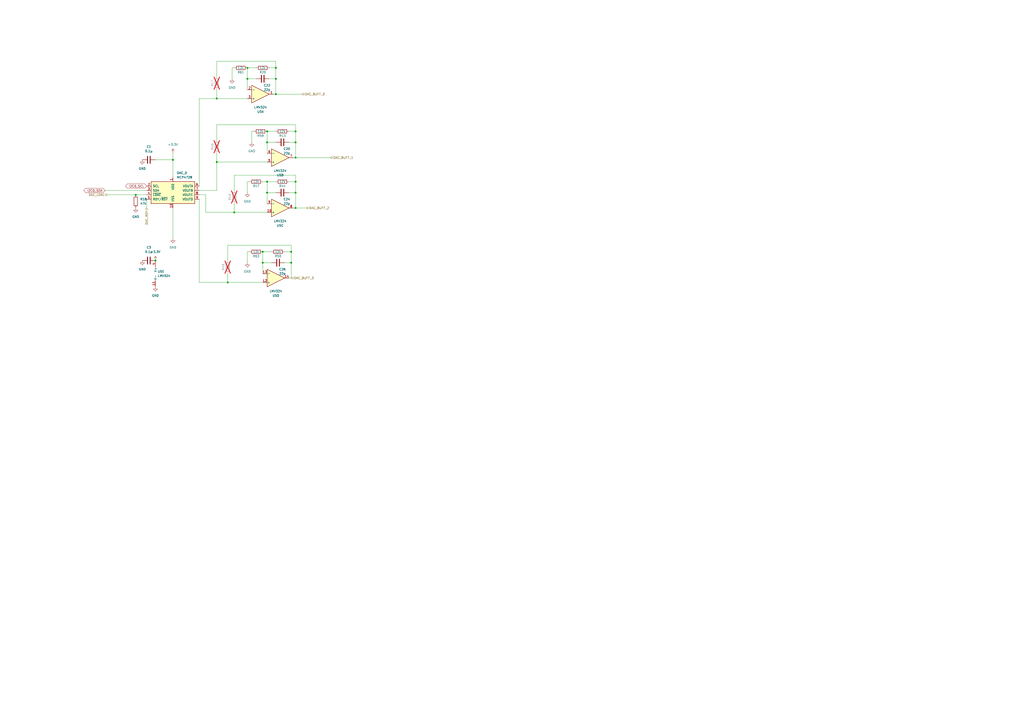
<source format=kicad_sch>
(kicad_sch (version 20230121) (generator eeschema)
  (paper "A2")
  (title_block (title "DAC Output") (date "2024-12-13") (rev "9.2") (comment 1 "Author: Clemens Baretzky"))
  (lib_symbols
    (symbol "Amplifier_Operational:LMV324" (pin_names (offset 0.127))
      (property "Reference" "U" (at 0 5.08 0))
      (property "Value" "LMV324" (at 0 -5.08 0))
      (symbol "LMV324_1_1"
        (polyline (pts (xy -5.08 5.08) (xy 5.08 0) (xy -5.08 -5.08) (xy -5.08 5.08)) (stroke (width 0.254)) (fill (type background)))
        (pin output line (at 7.62 0 180) (length 2.54) (name "~") (number "1"))
        (pin input line (at -7.62 -2.54 0) (length 2.54) (name "-") (number "2"))
        (pin input line (at -7.62 2.54 0) (length 2.54) (name "+") (number "3"))
      )
      (symbol "LMV324_2_1"
        (polyline (pts (xy -5.08 5.08) (xy 5.08 0) (xy -5.08 -5.08) (xy -5.08 5.08)) (stroke (width 0.254)) (fill (type background)))
        (pin input line (at -7.62 2.54 0) (length 2.54) (name "+") (number "5"))
        (pin input line (at -7.62 -2.54 0) (length 2.54) (name "-") (number "6"))
        (pin output line (at 7.62 0 180) (length 2.54) (name "~") (number "7"))
      )
      (symbol "LMV324_3_1"
        (polyline (pts (xy -5.08 5.08) (xy 5.08 0) (xy -5.08 -5.08) (xy -5.08 5.08)) (stroke (width 0.254)) (fill (type background)))
        (pin input line (at -7.62 2.54 0) (length 2.54) (name "+") (number "10"))
        (pin output line (at 7.62 0 180) (length 2.54) (name "~") (number "8"))
        (pin input line (at -7.62 -2.54 0) (length 2.54) (name "-") (number "9"))
      )
      (symbol "LMV324_4_1"
        (polyline (pts (xy -5.08 5.08) (xy 5.08 0) (xy -5.08 -5.08) (xy -5.08 5.08)) (stroke (width 0.254)) (fill (type background)))
        (pin input line (at -7.62 2.54 0) (length 2.54) (name "+") (number "12"))
        (pin input line (at -7.62 -2.54 0) (length 2.54) (name "-") (number "13"))
        (pin output line (at 7.62 0 180) (length 2.54) (name "~") (number "14"))
      )
      (symbol "LMV324_5_1"
        (pin power_in line (at -2.54 -7.62 90) (length 3.81) (name "V-") (number "11"))
        (pin power_in line (at -2.54 7.62 270) (length 3.81) (name "V+") (number "4"))
      )
    )
    (symbol "Analog_DAC:MCP4728" (pin_names (offset 1.016))
      (property "Reference" "U" (at -12.7 6.35 0))
      (property "Value" "MCP4728" (at 12.7 6.35 0))
      (symbol "MCP4728_0_1"
        (rectangle (start -12.7 5.08) (end 12.7 -7.62) (stroke (width 0.254)) (fill (type background)))
      )
      (symbol "MCP4728_1_1"
        (pin power_in line (at 0 7.62 270) (length 2.54) (name "VDD") (number "1"))
        (pin power_in line (at 0 -10.16 90) (length 2.54) (name "VSS") (number "10"))
        (pin input line (at -15.24 2.54 0) (length 2.54) (name "SCL") (number "2"))
        (pin bidirectional line (at -15.24 0 0) (length 2.54) (name "SDA") (number "3"))
        (pin input line (at -15.24 -2.54 0) (length 2.54) (name "~{LDAC}") (number "4"))
        (pin output line (at -15.24 -5.08 0) (length 2.54) (name "RDY/~{BSY}") (number "5"))
        (pin output line (at 15.24 2.54 180) (length 2.54) (name "VOUTA") (number "6"))
        (pin output line (at 15.24 0 180) (length 2.54) (name "VOUTB") (number "7"))
        (pin output line (at 15.24 -2.54 180) (length 2.54) (name "VOUTC") (number "8"))
        (pin output line (at 15.24 -5.08 180) (length 2.54) (name "VOUTD") (number "9"))
      )
    )
    (symbol "Device:C" (pin_numbers hide) (pin_names (offset 0.254))
      (property "Reference" "C" (at 0.635 2.54 0))
      (property "Value" "C" (at 0.635 -2.54 0))
      (symbol "C_0_1"
        (polyline (pts (xy -2.032 -0.762) (xy 2.032 -0.762)) (stroke (width 0.508)))
        (polyline (pts (xy -2.032 0.762) (xy 2.032 0.762)) (stroke (width 0.508)))
      )
      (symbol "C_1_1"
        (pin passive line (at 0 3.81 270) (length 2.794) (name "~") (number "1"))
        (pin passive line (at 0 -3.81 90) (length 2.794) (name "~") (number "2"))
      )
    )
    (symbol "Device:R" (pin_numbers hide) (pin_names (offset 0))
      (property "Reference" "R" (at 2.032 0 90))
      (property "Value" "R" (at 0 0 90))
      (symbol "R_0_1"
        (rectangle (start -1.016 -2.54) (end 1.016 2.54) (stroke (width 0.254)))
      )
      (symbol "R_1_1"
        (pin passive line (at 0 3.81 270) (length 1.27) (name "~") (number "1"))
        (pin passive line (at 0 -3.81 90) (length 1.27) (name "~") (number "2"))
      )
    )
    (symbol "power:+3.3V" (power) (pin_names (offset 0))
      (property "Value" "+3.3V" (at 0 3.556 0))
      (symbol "+3.3V_0_1"
        (polyline (pts (xy -0.762 1.27) (xy 0 2.54)))
        (polyline (pts (xy 0 0) (xy 0 2.54)))
        (polyline (pts (xy 0 2.54) (xy 0.762 1.27)))
      )
      (symbol "+3.3V_1_1"
        (pin power_in line (at 0 0 90) (length 0) hide (name "+3.3V") (number "1"))
      )
    )
    (symbol "power:GND" (power) (pin_names (offset 0))
      (property "Value" "GND" (at 0 -3.81 0))
      (symbol "GND_0_1"
        (polyline (pts (xy 0 0) (xy 0 -1.27) (xy 1.27 -1.27) (xy 0 -2.54) (xy -1.27 -1.27) (xy 0 -1.27)))
      )
      (symbol "GND_1_1"
        (pin power_in line (at 0 0 270) (length 0) hide (name "GND") (number "1"))
      )
    )
  )
  (junction (at 143.51 45.72))
  (junction (at 125.73 57.15))
  (junction (at 154.94 111.76))
  (junction (at 143.51 39.37))
  (junction (at 171.45 120.65))
  (junction (at 171.45 91.44))
  (junction (at 171.45 111.76))
  (junction (at 171.45 76.2))
  (junction (at 152.4 146.05))
  (junction (at 152.4 152.4))
  (junction (at 125.73 93.98))
  (junction (at 154.94 76.2))
  (junction (at 168.91 152.4))
  (junction (at 171.45 82.55))
  (junction (at 90.17 151.13))
  (junction (at 168.91 146.05))
  (junction (at 78.74 113.03))
  (junction (at 154.94 82.55))
  (junction (at 171.45 105.41))
  (junction (at 160.02 45.72))
  (junction (at 154.94 105.41))
  (junction (at 160.02 39.37))
  (junction (at 135.89 123.19))
  (junction (at 100.33 92.71))
  (junction (at 132.08 163.83))
  (junction (at 160.02 54.61))
  (wire (pts (xy 168.91 146.05) (xy 168.91 152.4)))
  (wire (pts (xy 171.45 120.65) (xy 177.8 120.65)))
  (wire (pts (xy 143.51 39.37) (xy 148.59 39.37)))
  (wire (pts (xy 156.21 45.72) (xy 160.02 45.72)))
  (wire (pts (xy 132.08 142.24) (xy 132.08 151.13)))
  (wire (pts (xy 143.51 146.05) (xy 143.51 152.4)))
  (wire (pts (xy 144.78 105.41) (xy 143.51 105.41)))
  (wire (pts (xy 119.38 123.19) (xy 119.38 113.03)))
  (wire (pts (xy 167.64 161.29) (xy 168.91 161.29)))
  (wire (pts (xy 135.89 118.11) (xy 135.89 123.19)))
  (wire (pts (xy 168.91 152.4) (xy 168.91 161.29)))
  (wire (pts (xy 154.94 82.55) (xy 160.02 82.55)))
  (wire (pts (xy 135.89 39.37) (xy 134.62 39.37)))
  (wire (pts (xy 160.02 35.56) (xy 160.02 39.37)))
  (wire (pts (xy 154.94 76.2) (xy 160.02 76.2)))
  (wire (pts (xy 135.89 123.19) (xy 154.94 123.19)))
  (wire (pts (xy 168.91 142.24) (xy 168.91 146.05)))
  (wire (pts (xy 158.75 54.61) (xy 160.02 54.61)))
  (wire (pts (xy 62.23 113.03) (xy 78.74 113.03)))
  (wire (pts (xy 78.74 113.03) (xy 85.09 113.03)))
  (wire (pts (xy 125.73 93.98) (xy 154.94 93.98)))
  (wire (pts (xy 147.32 76.2) (xy 146.05 76.2)))
  (wire (pts (xy 115.57 163.83) (xy 132.08 163.83)))
  (wire (pts (xy 171.45 101.6) (xy 171.45 105.41)))
  (wire (pts (xy 167.64 82.55) (xy 171.45 82.55)))
  (wire (pts (xy 115.57 110.49) (xy 125.73 110.49)))
  (wire (pts (xy 119.38 123.19) (xy 135.89 123.19)))
  (wire (pts (xy 134.62 39.37) (xy 134.62 45.72)))
  (wire (pts (xy 171.45 76.2) (xy 171.45 82.55)))
  (wire (pts (xy 125.73 72.39) (xy 125.73 81.28)))
  (wire (pts (xy 171.45 105.41) (xy 171.45 111.76)))
  (wire (pts (xy 154.94 111.76) (xy 154.94 118.11)))
  (wire (pts (xy 171.45 82.55) (xy 171.45 91.44)))
  (wire (pts (xy 60.96 110.49) (xy 85.09 110.49)))
  (wire (pts (xy 115.57 163.83) (xy 115.57 115.57)))
  (wire (pts (xy 132.08 158.75) (xy 132.08 163.83)))
  (wire (pts (xy 171.45 111.76) (xy 171.45 120.65)))
  (wire (pts (xy 115.57 57.15) (xy 125.73 57.15)))
  (wire (pts (xy 156.21 39.37) (xy 160.02 39.37)))
  (wire (pts (xy 119.38 113.03) (xy 115.57 113.03)))
  (wire (pts (xy 191.77 91.44) (xy 171.45 91.44)))
  (wire (pts (xy 154.94 105.41) (xy 160.02 105.41)))
  (wire (pts (xy 152.4 152.4) (xy 157.48 152.4)))
  (wire (pts (xy 146.05 76.2) (xy 146.05 82.55)))
  (wire (pts (xy 125.73 110.49) (xy 125.73 93.98)))
  (wire (pts (xy 125.73 35.56) (xy 160.02 35.56)))
  (wire (pts (xy 125.73 72.39) (xy 171.45 72.39)))
  (wire (pts (xy 154.94 105.41) (xy 154.94 111.76)))
  (wire (pts (xy 154.94 82.55) (xy 154.94 88.9)))
  (wire (pts (xy 152.4 146.05) (xy 157.48 146.05)))
  (wire (pts (xy 143.51 45.72) (xy 143.51 52.07)))
  (wire (pts (xy 132.08 142.24) (xy 168.91 142.24)))
  (wire (pts (xy 170.18 120.65) (xy 171.45 120.65)))
  (wire (pts (xy 154.94 105.41) (xy 152.4 105.41)))
  (wire (pts (xy 125.73 52.07) (xy 125.73 57.15)))
  (wire (pts (xy 167.64 111.76) (xy 171.45 111.76)))
  (wire (pts (xy 154.94 76.2) (xy 154.94 82.55)))
  (wire (pts (xy 115.57 107.95) (xy 115.57 57.15)))
  (wire (pts (xy 171.45 72.39) (xy 171.45 76.2)))
  (wire (pts (xy 125.73 35.56) (xy 125.73 44.45)))
  (wire (pts (xy 154.94 111.76) (xy 160.02 111.76)))
  (wire (pts (xy 143.51 105.41) (xy 143.51 111.76)))
  (wire (pts (xy 100.33 92.71) (xy 100.33 102.87)))
  (wire (pts (xy 100.33 120.65) (xy 100.33 138.43)))
  (wire (pts (xy 90.17 92.71) (xy 100.33 92.71)))
  (wire (pts (xy 143.51 45.72) (xy 148.59 45.72)))
  (wire (pts (xy 85.09 115.57) (xy 85.09 120.65)))
  (wire (pts (xy 144.78 146.05) (xy 143.51 146.05)))
  (wire (pts (xy 135.89 101.6) (xy 135.89 110.49)))
  (wire (pts (xy 167.64 105.41) (xy 171.45 105.41)))
  (wire (pts (xy 152.4 152.4) (xy 152.4 158.75)))
  (wire (pts (xy 170.18 91.44) (xy 171.45 91.44)))
  (wire (pts (xy 135.89 101.6) (xy 171.45 101.6)))
  (wire (pts (xy 167.64 76.2) (xy 171.45 76.2)))
  (wire (pts (xy 165.1 146.05) (xy 168.91 146.05)))
  (wire (pts (xy 100.33 88.9) (xy 100.33 92.71)))
  (wire (pts (xy 160.02 45.72) (xy 160.02 54.61)))
  (wire (pts (xy 125.73 57.15) (xy 143.51 57.15)))
  (wire (pts (xy 125.73 88.9) (xy 125.73 93.98)))
  (wire (pts (xy 160.02 54.61) (xy 175.26 54.61)))
  (wire (pts (xy 143.51 39.37) (xy 143.51 45.72)))
  (wire (pts (xy 152.4 146.05) (xy 152.4 152.4)))
  (wire (pts (xy 165.1 152.4) (xy 168.91 152.4)))
  (wire (pts (xy 160.02 39.37) (xy 160.02 45.72)))
  (wire (pts (xy 132.08 163.83) (xy 152.4 163.83)))
  (global_label "I2C0_SDA" (shape bidirectional) (at 60.96 110.49 180) (property "Intersheetrefs" "${INTERSHEET_REFS}" (effects hide)))
  (global_label "I2C0_SCL" (shape bidirectional) (at 85.09 107.95 180) (property "Intersheetrefs" "${INTERSHEET_REFS}" (effects hide)))
  (hierarchical_label "DAC_RDY" (shape bidirectional) (at 85.09 120.65 270))
  (hierarchical_label "DAC_BUFF_3" (shape bidirectional) (at 168.91 161.29 0))
  (hierarchical_label "DAC_LDAC" (shape bidirectional) (at 62.23 113.03 180))
  (hierarchical_label "DAC_BUFF_2" (shape bidirectional) (at 177.8 120.65 0))
  (hierarchical_label "DAC_BUFF_1" (shape bidirectional) (at 191.77 91.44 0))
  (hierarchical_label "DAC_BUFF_0" (shape bidirectional) (at 175.26 54.61 0))
  (symbol (lib_id "power:GND") (at 82.55 92.71 0) (unit 1)
    (property "Reference" "#PWR06" (effects hide))
    (property "Value" "GND" (at 82.55 97.79 0))
    (property "Footprint" "Connector:Banana_Jack_1Pin" (effects hide))
    (instances (project "minimal_v9_2" (path "" (reference "#PWR06") (unit 1)) (path "" (reference "#PWR015") (unit 1)) (path "" (reference "#PWR033") (unit 1))))
  )
  (symbol (lib_id "Device:R") (at 163.83 76.2 90) (mirror x) (unit 1)
    (property "Reference" "R13" (at 163.83 78.74 90))
    (property "Value" "12k" (at 163.83 76.2 90))
    (property "Footprint" "Resistor_SMD:R_0805_2012Metric" (effects hide))
    (property "LCSC" "C17444" (effects hide))
    (property "Sim.Enable" "12k" (effects hide))
    (property "mLCSC" "C17444" (effects hide))
    (instances (project "minimal_v9_2" (path "" (reference "R13") (unit 1)) (path "" (reference "R11") (unit 1)) (path "" (reference "R14") (unit 1))))
  )
  (symbol (lib_id "power:GND") (at 143.51 111.76 0) (mirror y) (unit 1)
    (property "Reference" "#PWR06" (effects hide))
    (property "Value" "GND" (at 143.51 116.84 0))
    (property "Footprint" "Connector:Banana_Jack_1Pin" (effects hide))
    (instances (project "minimal_v9_2" (path "" (reference "#PWR06") (unit 1)) (path "" (reference "#PWR056") (unit 1)) (path "" (reference "#PWR057") (unit 1))))
  )
  (symbol (lib_id "power:GND") (at 82.55 151.13 0) (unit 1)
    (property "Reference" "#PWR06" (effects hide))
    (property "Value" "GND" (at 82.55 156.21 0))
    (property "Footprint" "Connector:Banana_Jack_1Pin" (effects hide))
    (instances (project "minimal_v9_2" (path "" (reference "#PWR06") (unit 1)) (path "" (reference "#PWR027") (unit 1)) (path "" (reference "#PWR022") (unit 1))))
  )
  (symbol (lib_id "Device:R") (at 151.13 76.2 90) (mirror x) (unit 1)
    (property "Reference" "R59" (at 151.13 78.74 90))
    (property "Value" "12k" (at 151.13 76.2 90))
    (property "Footprint" "Resistor_SMD:R_0805_2012Metric" (effects hide))
    (property "LCSC" "C17444" (effects hide))
    (property "mLCSC" "C17444" (effects hide))
    (instances (project "minimal_v9_2" (path "" (reference "R59") (unit 1)) (path "" (reference "R11") (unit 1)) (path "" (reference "R60") (unit 1))))
  )
  (symbol (lib_id "Amplifier_Operational:LMV324") (at 151.13 54.61 0) (mirror x) (unit 1)
    (property "Reference" "U5" (at 151.13 64.77 0))
    (property "Value" "LMV324" (at 151.13 62.23 0))
    (property "Footprint" "Package_SO:SOIC-14_3.9x8.7mm_P1.27mm" (effects hide))
    (property "Datasheet" "https://datasheet.lcsc.com/lcsc/2304140030_onsemi-LMV324DR2G_C89317.pdf" (effects hide))
    (property "LCSC" "C89317" (effects hide))
    (property "JLCPCB Rotation Offset" "-90" (effects hide))
    (property "mLCSC" "C89317" (effects hide))
    (instances (project "minimal_v9_2" (path "" (reference "U5") (unit 1)) (path "" (reference "BUFF_0") (unit 1)) (path "" (reference "BUFF_1") (unit 1))))
  )
  (symbol (lib_id "power:GND") (at 100.33 138.43 0) (unit 1)
    (property "Reference" "#PWR06" (effects hide))
    (property "Value" "GND" (at 100.33 143.51 0))
    (property "Footprint" "Connector:Banana_Jack_1Pin" (effects hide))
    (instances (project "minimal_v9_2" (path "" (reference "#PWR06") (unit 1)) (path "" (reference "#PWR013") (unit 1)) (path "" (reference "#PWR045") (unit 1))))
  )
  (symbol (lib_id "Device:R") (at 125.73 85.09 180) (unit 1) (in_bom no) (dnp yes)
    (property "Reference" "R45" (at 123.19 85.09 90))
    (property "Value" "0" (at 125.73 85.09 90))
    (property "Footprint" "Resistor_SMD:R_1206_3216Metric" (effects hide))
    (property "LCSC" "C17888" (effects hide))
    (property "mLCSC" "C17888" (effects hide))
    (instances (project "minimal_v9_2" (path "" (reference "R45") (unit 1)) (path "" (reference "R11") (unit 1)) (path "" (reference "R46") (unit 1))))
  )
  (symbol (lib_id "power:GND") (at 78.74 120.65 0) (unit 1)
    (property "Reference" "#PWR06" (effects hide))
    (property "Value" "GND" (at 78.74 125.73 0))
    (property "Footprint" "Connector:Banana_Jack_1Pin" (effects hide))
    (instances (project "minimal_v9_2" (path "" (reference "#PWR06") (unit 1)) (path "" (reference "#PWR044") (unit 1)) (path "" (reference "#PWR012") (unit 1))))
  )
  (symbol (lib_id "Amplifier_Operational:LMV324") (at 92.71 158.75 0) (unit 5)
    (property "Reference" "U5" (at 91.44 157.48 0) (effects (justify left)))
    (property "Value" "LMV324" (at 91.44 160.02 0) (effects (justify left)))
    (property "Footprint" "Package_SO:SOIC-14_3.9x8.7mm_P1.27mm" (effects hide))
    (property "Datasheet" "https://datasheet.lcsc.com/lcsc/2304140030_onsemi-LMV324DR2G_C89317.pdf" (effects hide))
    (property "LCSC" "C89317" (effects hide))
    (property "JLCPCB Rotation Offset" "-90" (effects hide))
    (property "mLCSC" "C89317" (effects hide))
    (instances (project "minimal_v9_2" (path "" (reference "U5") (unit 5)) (path "" (reference "BUFF_0") (unit 5)) (path "" (reference "BUFF_1") (unit 5))))
  )
  (symbol (lib_id "Device:C") (at 86.36 92.71 90) (unit 1)
    (property "Reference" "C1" (at 86.36 85.09 90))
    (property "Value" "0.1µ" (at 86.36 87.63 90))
    (property "Footprint" "Capacitor_SMD:C_0805_2012Metric" (effects hide))
    (property "Datasheet" "https://datasheet.lcsc.com/lcsc/2211101700_YAGEO-CC0603KRX7R9BB104_C14663.pdf" (effects hide))
    (property "LCSC" "C28233" (effects hide))
    (property "mLCSC" "C14663" (effects hide))
    (instances (project "minimal_v9_2" (path "" (reference "C1") (unit 1)) (path "" (reference "C5") (unit 1)) (path "" (reference "C8") (unit 1))))
  )
  (symbol (lib_id "Device:R") (at 163.83 105.41 90) (mirror x) (unit 1)
    (property "Reference" "R44" (at 163.83 107.95 90))
    (property "Value" "12k" (at 163.83 105.41 90))
    (property "Footprint" "Resistor_SMD:R_0805_2012Metric" (effects hide))
    (property "LCSC" "C17444" (effects hide))
    (property "Sim.Enable" "12k" (effects hide))
    (property "mLCSC" "C17444" (effects hide))
    (instances (project "minimal_v9_2" (path "" (reference "R44") (unit 1)) (path "" (reference "R11") (unit 1)) (path "" (reference "R52") (unit 1))))
  )
  (symbol (lib_id "power:+3.3V") (at 90.17 151.13 0) (unit 1)
    (property "Reference" "#PWR021" (effects hide))
    (property "Value" "+3.3V" (at 90.17 146.05 0))
    (instances (project "minimal_v9_2" (path "" (reference "#PWR021") (unit 1)) (path "" (reference "#PWR026") (unit 1))))
  )
  (symbol (lib_id "power:GND") (at 146.05 82.55 0) (mirror y) (unit 1)
    (property "Reference" "#PWR06" (effects hide))
    (property "Value" "GND" (at 146.05 87.63 0))
    (property "Footprint" "Connector:Banana_Jack_1Pin" (effects hide))
    (instances (project "minimal_v9_2" (path "" (reference "#PWR06") (unit 1)) (path "" (reference "#PWR062") (unit 1)) (path "" (reference "#PWR063") (unit 1))))
  )
  (symbol (lib_id "Amplifier_Operational:LMV324") (at 162.56 120.65 0) (mirror x) (unit 3)
    (property "Reference" "U5" (at 162.56 130.81 0))
    (property "Value" "LMV324" (at 162.56 128.27 0))
    (property "Footprint" "Package_SO:SOIC-14_3.9x8.7mm_P1.27mm" (effects hide))
    (property "Datasheet" "https://datasheet.lcsc.com/lcsc/2304140030_onsemi-LMV324DR2G_C89317.pdf" (effects hide))
    (property "LCSC" "C89317" (effects hide))
    (property "JLCPCB Rotation Offset" "-90" (effects hide))
    (property "mLCSC" "C89317" (effects hide))
    (instances (project "minimal_v9_2" (path "" (reference "U5") (unit 3)) (path "" (reference "BUFF_0") (unit 3)) (path "" (reference "BUFF_1") (unit 3))))
  )
  (symbol (lib_id "Device:R") (at 78.74 116.84 180) (unit 1)
    (property "Reference" "R18" (at 81.28 115.57 0) (effects (justify right)))
    (property "Value" "47k" (at 81.28 118.11 0) (effects (justify right)))
    (property "Footprint" "Resistor_SMD:R_0805_2012Metric" (effects hide))
    (property "LCSC" "C17713" (effects hide))
    (property "mLCSC" "C17713" (effects hide))
    (instances (project "minimal_v9_2" (path "" (reference "R18") (unit 1)) (path "" (reference "R28") (unit 1)) (path "" (reference "R19") (unit 1))))
  )
  (symbol (lib_id "Device:R") (at 152.4 39.37 90) (mirror x) (unit 1)
    (property "Reference" "R20" (at 152.4 41.91 90))
    (property "Value" "12k" (at 152.4 39.37 90))
    (property "Footprint" "Resistor_SMD:R_0805_2012Metric" (effects hide))
    (property "LCSC" "C17444" (effects hide))
    (property "Sim.Enable" "12k" (effects hide))
    (property "mLCSC" "C17444" (effects hide))
    (instances (project "minimal_v9_2" (path "" (reference "R20") (unit 1)) (path "" (reference "R11") (unit 1)) (path "" (reference "R23") (unit 1))))
  )
  (symbol (lib_id "Amplifier_Operational:LMV324") (at 162.56 91.44 0) (mirror x) (unit 2)
    (property "Reference" "U5" (at 162.56 101.6 0))
    (property "Value" "LMV324" (at 162.56 99.06 0))
    (property "Footprint" "Package_SO:SOIC-14_3.9x8.7mm_P1.27mm" (effects hide))
    (property "Datasheet" "https://datasheet.lcsc.com/lcsc/2304140030_onsemi-LMV324DR2G_C89317.pdf" (effects hide))
    (property "LCSC" "C89317" (effects hide))
    (property "JLCPCB Rotation Offset" "-90" (effects hide))
    (property "mLCSC" "C89317" (effects hide))
    (instances (project "minimal_v9_2" (path "" (reference "U5") (unit 2)) (path "" (reference "BUFF_0") (unit 2)) (path "" (reference "BUFF_1") (unit 2))))
  )
  (symbol (lib_id "Device:C") (at 163.83 82.55 90) (unit 1)
    (property "Reference" "C20" (at 166.37 86.36 90))
    (property "Value" "22p" (at 166.37 88.9 90))
    (property "Footprint" "Capacitor_SMD:C_0805_2012Metric" (effects hide))
    (property "Datasheet" "https://datasheet.lcsc.com/lcsc/2211101700_YAGEO-CC0603KRX7R9BB104_C14663.pdf" (effects hide))
    (property "LCSC" "C1798" (effects hide))
    (property "mLCSC" "C1798" (effects hide))
    (instances (project "minimal_v9_2" (path "" (reference "C20") (unit 1)) (path "" (reference "C5") (unit 1)) (path "" (reference "C21") (unit 1))))
  )
  (symbol (lib_id "power:+3.3V") (at 100.33 88.9 0) (unit 1)
    (property "Reference" "#PWR09" (effects hide))
    (property "Value" "+3.3V" (at 100.33 83.82 0))
    (instances (project "minimal_v9_2" (path "" (reference "#PWR09") (unit 1)) (path "" (reference "#PWR036") (unit 1))))
  )
  (symbol (lib_id "Device:R") (at 125.73 48.26 180) (unit 1) (in_bom no) (dnp yes)
    (property "Reference" "R17" (at 123.19 48.26 90))
    (property "Value" "0" (at 125.73 48.26 90))
    (property "Footprint" "Resistor_SMD:R_1206_3216Metric" (effects hide))
    (property "LCSC" "C17888" (effects hide))
    (property "mLCSC" "C17888" (effects hide))
    (instances (project "minimal_v9_2" (path "" (reference "R17") (unit 1)) (path "" (reference "R11") (unit 1)) (path "" (reference "R22") (unit 1))))
  )
  (symbol (lib_id "power:GND") (at 134.62 45.72 0) (mirror y) (unit 1)
    (property "Reference" "#PWR06" (effects hide))
    (property "Value" "GND" (at 134.62 50.8 0))
    (property "Footprint" "Connector:Banana_Jack_1Pin" (effects hide))
    (instances (project "minimal_v9_2" (path "" (reference "#PWR06") (unit 1)) (path "" (reference "#PWR064") (unit 1)) (path "" (reference "#PWR065") (unit 1))))
  )
  (symbol (lib_id "Device:R") (at 135.89 114.3 180) (unit 1) (in_bom no) (dnp yes)
    (property "Reference" "R43" (at 133.35 114.3 90))
    (property "Value" "0" (at 135.89 114.3 90))
    (property "Footprint" "Resistor_SMD:R_1206_3216Metric" (effects hide))
    (property "LCSC" "C17888" (effects hide))
    (property "mLCSC" "C17888" (effects hide))
    (instances (project "minimal_v9_2" (path "" (reference "R43") (unit 1)) (path "" (reference "R11") (unit 1)) (path "" (reference "R48") (unit 1))))
  )
  (symbol (lib_id "Device:C") (at 86.36 151.13 90) (unit 1)
    (property "Reference" "C3" (at 86.36 143.51 90))
    (property "Value" "0.1µ" (at 86.36 146.05 90))
    (property "Footprint" "Capacitor_SMD:C_0805_2012Metric" (effects hide))
    (property "Datasheet" "https://datasheet.lcsc.com/lcsc/2211101700_YAGEO-CC0603KRX7R9BB104_C14663.pdf" (effects hide))
    (property "LCSC" "C28233" (effects hide))
    (property "mLCSC" "C14663" (effects hide))
    (instances (project "minimal_v9_2" (path "" (reference "C3") (unit 1)) (path "" (reference "C5") (unit 1)) (path "" (reference "C6") (unit 1))))
  )
  (symbol (lib_id "power:GND") (at 143.51 152.4 0) (mirror y) (unit 1)
    (property "Reference" "#PWR06" (effects hide))
    (property "Value" "GND" (at 143.51 157.48 0))
    (property "Footprint" "Connector:Banana_Jack_1Pin" (effects hide))
    (instances (project "minimal_v9_2" (path "" (reference "#PWR06") (unit 1)) (path "" (reference "#PWR066") (unit 1)) (path "" (reference "#PWR067") (unit 1))))
  )
  (symbol (lib_id "Device:R") (at 148.59 105.41 90) (mirror x) (unit 1)
    (property "Reference" "R47" (at 148.59 107.95 90))
    (property "Value" "12k" (at 148.59 105.41 90))
    (property "Footprint" "Resistor_SMD:R_0805_2012Metric" (effects hide))
    (property "LCSC" "C17444" (effects hide))
    (property "mLCSC" "C17444" (effects hide))
    (instances (project "minimal_v9_2" (path "" (reference "R47") (unit 1)) (path "" (reference "R11") (unit 1)) (path "" (reference "R53") (unit 1))))
  )
  (symbol (lib_id "Device:C") (at 163.83 111.76 90) (unit 1)
    (property "Reference" "C24" (at 166.37 115.57 90))
    (property "Value" "22p" (at 166.37 118.11 90))
    (property "Footprint" "Capacitor_SMD:C_0805_2012Metric" (effects hide))
    (property "Datasheet" "https://datasheet.lcsc.com/lcsc/2211101700_YAGEO-CC0603KRX7R9BB104_C14663.pdf" (effects hide))
    (property "LCSC" "C1798" (effects hide))
    (property "mLCSC" "C1798" (effects hide))
    (instances (project "minimal_v9_2" (path "" (reference "C24") (unit 1)) (path "" (reference "C5") (unit 1)) (path "" (reference "C25") (unit 1))))
  )
  (symbol (lib_id "Device:R") (at 161.29 146.05 90) (mirror x) (unit 1)
    (property "Reference" "R50" (at 161.29 148.59 90))
    (property "Value" "12k" (at 161.29 146.05 90))
    (property "Footprint" "Resistor_SMD:R_0805_2012Metric" (effects hide))
    (property "LCSC" "C17444" (effects hide))
    (property "mLCSC" "C17444" (effects hide))
    (instances (project "minimal_v9_2" (path "" (reference "R50") (unit 1)) (path "" (reference "R11") (unit 1)) (path "" (reference "R56") (unit 1))))
  )
  (symbol (lib_id "power:GND") (at 90.17 166.37 0) (unit 1)
    (property "Reference" "#PWR06" (effects hide))
    (property "Value" "GND" (at 90.17 171.45 0))
    (property "Footprint" "Connector:Banana_Jack_1Pin" (effects hide))
    (instances (project "minimal_v9_2" (path "" (reference "#PWR06") (unit 1)) (path "" (reference "#PWR042") (unit 1)) (path "" (reference "#PWR031") (unit 1))))
  )
  (symbol (lib_id "Device:R") (at 148.59 146.05 90) (mirror x) (unit 1)
    (property "Reference" "R63" (at 148.59 148.59 90))
    (property "Value" "12k" (at 148.59 146.05 90))
    (property "Footprint" "Resistor_SMD:R_0805_2012Metric" (effects hide))
    (property "LCSC" "C17444" (effects hide))
    (property "mLCSC" "C17444" (effects hide))
    (instances (project "minimal_v9_2" (path "" (reference "R63") (unit 1)) (path "" (reference "R11") (unit 1)) (path "" (reference "R64") (unit 1))))
  )
  (symbol (lib_id "Device:C") (at 152.4 45.72 90) (unit 1)
    (property "Reference" "C22" (at 154.94 49.53 90))
    (property "Value" "22p" (at 154.94 52.07 90))
    (property "Footprint" "Capacitor_SMD:C_0805_2012Metric" (effects hide))
    (property "Datasheet" "https://datasheet.lcsc.com/lcsc/2211101700_YAGEO-CC0603KRX7R9BB104_C14663.pdf" (effects hide))
    (property "LCSC" "C1798" (effects hide))
    (property "mLCSC" "C1798" (effects hide))
    (instances (project "minimal_v9_2" (path "" (reference "C22") (unit 1)) (path "" (reference "C5") (unit 1)) (path "" (reference "C23") (unit 1))))
  )
  (symbol (lib_id "Device:R") (at 132.08 154.94 180) (unit 1) (in_bom no) (dnp yes)
    (property "Reference" "R49" (at 129.54 154.94 90))
    (property "Value" "0" (at 132.08 154.94 90))
    (property "Footprint" "Resistor_SMD:R_1206_3216Metric" (effects hide))
    (property "LCSC" "C17888" (effects hide))
    (property "mLCSC" "C17888" (effects hide))
    (instances (project "minimal_v9_2" (path "" (reference "R49") (unit 1)) (path "" (reference "R11") (unit 1)) (path "" (reference "R55") (unit 1))))
  )
  (symbol (lib_id "Analog_DAC:MCP4728") (at 100.33 110.49 0) (unit 1)
    (property "Reference" "DAC_0" (at 102.5241 100.33 0) (effects (justify left)))
    (property "Value" "MCP4728" (at 102.5241 102.87 0) (effects (justify left)))
    (property "Footprint" "Package_SO:MSOP-10_3x3mm_P0.5mm" (effects hide))
    (property "Datasheet" "http://ww1.microchip.com/downloads/en/DeviceDoc/22187E.pdf" (effects hide))
    (property "LCSC" "C108207" (effects hide))
    (property "mLCSC" "C108207" (effects hide))
    (instances (project "minimal_v9_2" (path "" (reference "DAC_0") (unit 1)) (path "" (reference "DAC_1") (unit 1))))
  )
  (symbol (lib_id "Device:R") (at 139.7 39.37 90) (mirror x) (unit 1)
    (property "Reference" "R61" (at 139.7 41.91 90))
    (property "Value" "12k" (at 139.7 39.37 90))
    (property "Footprint" "Resistor_SMD:R_0805_2012Metric" (effects hide))
    (property "LCSC" "C17444" (effects hide))
    (property "mLCSC" "C17444" (effects hide))
    (instances (project "minimal_v9_2" (path "" (reference "R61") (unit 1)) (path "" (reference "R11") (unit 1)) (path "" (reference "R62") (unit 1))))
  )
  (symbol (lib_id "Amplifier_Operational:LMV324") (at 160.02 161.29 0) (mirror x) (unit 4)
    (property "Reference" "U5" (at 160.02 171.45 0))
    (property "Value" "LMV324" (at 160.02 168.91 0))
    (property "Footprint" "Package_SO:SOIC-14_3.9x8.7mm_P1.27mm" (effects hide))
    (property "Datasheet" "https://datasheet.lcsc.com/lcsc/2304140030_onsemi-LMV324DR2G_C89317.pdf" (effects hide))
    (property "LCSC" "C89317" (effects hide))
    (property "JLCPCB Rotation Offset" "-90" (effects hide))
    (property "mLCSC" "C89317" (effects hide))
    (instances (project "minimal_v9_2" (path "" (reference "U5") (unit 4)) (path "" (reference "BUFF_0") (unit 4)) (path "" (reference "BUFF_1") (unit 4))))
  )
  (symbol (lib_id "Device:C") (at 161.29 152.4 90) (unit 1)
    (property "Reference" "C26" (at 163.83 156.21 90))
    (property "Value" "22p" (at 163.83 158.75 90))
    (property "Footprint" "Capacitor_SMD:C_0805_2012Metric" (effects hide))
    (property "Datasheet" "https://datasheet.lcsc.com/lcsc/2211101700_YAGEO-CC0603KRX7R9BB104_C14663.pdf" (effects hide))
    (property "LCSC" "C1798" (effects hide))
    (property "mLCSC" "C1798" (effects hide))
    (instances (project "minimal_v9_2" (path "" (reference "C26") (unit 1)) (path "" (reference "C5") (unit 1)) (path "" (reference "C27") (unit 1))))
  )
)
</source>
